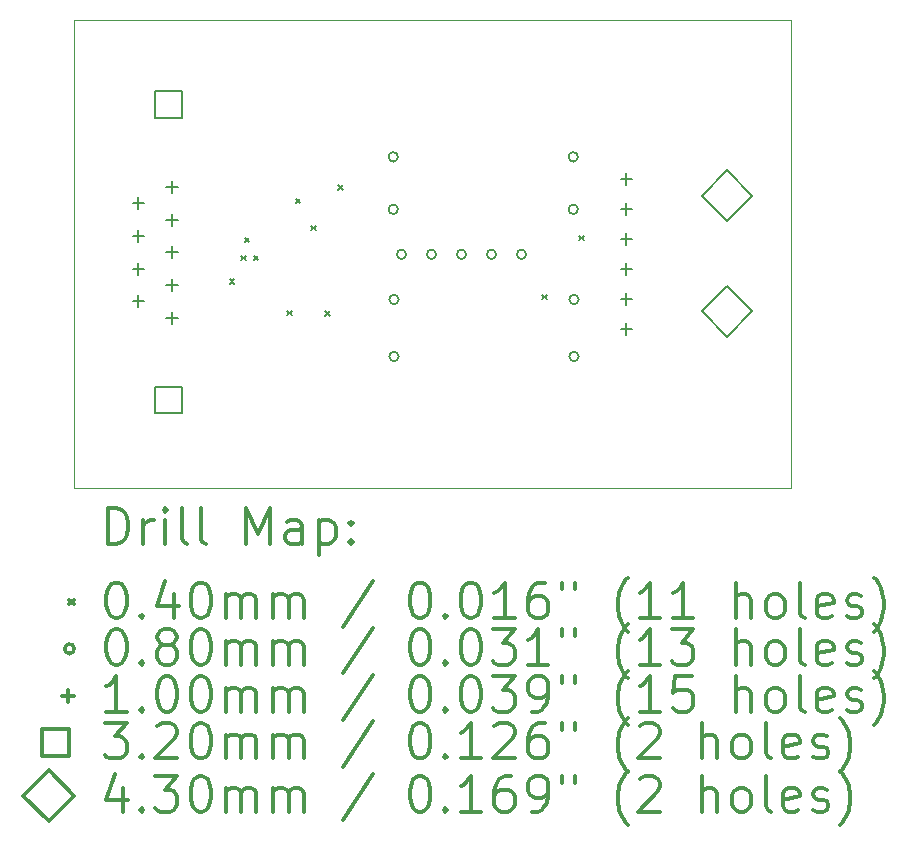
<source format=gbr>
%FSLAX45Y45*%
G04 Gerber Fmt 4.5, Leading zero omitted, Abs format (unit mm)*
G04 Created by KiCad (PCBNEW (5.1.5-0-10_14)) date 2020-10-19 13:07:12*
%MOMM*%
%LPD*%
G04 APERTURE LIST*
%TA.AperFunction,Profile*%
%ADD10C,0.050000*%
%TD*%
%ADD11C,0.200000*%
%ADD12C,0.300000*%
G04 APERTURE END LIST*
D10*
X11290300Y-3390900D02*
X11290300Y-7353300D01*
X5219700Y-7353300D02*
X11290300Y-7353300D01*
X5219700Y-3390900D02*
X5219700Y-3403600D01*
X11290300Y-3390900D02*
X5219700Y-3390900D01*
X5219700Y-3403600D02*
X5219700Y-7353300D01*
D11*
X6533200Y-5580700D02*
X6573200Y-5620700D01*
X6573200Y-5580700D02*
X6533200Y-5620700D01*
X6628450Y-5383850D02*
X6668450Y-5423850D01*
X6668450Y-5383850D02*
X6628450Y-5423850D01*
X6660200Y-5231450D02*
X6700200Y-5271450D01*
X6700200Y-5231450D02*
X6660200Y-5271450D01*
X6736400Y-5383850D02*
X6776400Y-5423850D01*
X6776400Y-5383850D02*
X6736400Y-5423850D01*
X7022150Y-5847400D02*
X7062150Y-5887400D01*
X7062150Y-5847400D02*
X7022150Y-5887400D01*
X7092000Y-4901250D02*
X7132000Y-4941250D01*
X7132000Y-4901250D02*
X7092000Y-4941250D01*
X7225350Y-5129850D02*
X7265350Y-5169850D01*
X7265350Y-5129850D02*
X7225350Y-5169850D01*
X7339650Y-5853750D02*
X7379650Y-5893750D01*
X7379650Y-5853750D02*
X7339650Y-5893750D01*
X7453950Y-4786100D02*
X7493950Y-4826100D01*
X7493950Y-4786100D02*
X7453950Y-4826100D01*
X9181150Y-5714050D02*
X9221150Y-5754050D01*
X9221150Y-5714050D02*
X9181150Y-5754050D01*
X9492300Y-5212400D02*
X9532300Y-5252400D01*
X9532300Y-5212400D02*
X9492300Y-5252400D01*
X7958450Y-4546600D02*
G75*
G03X7958450Y-4546600I-40000J0D01*
G01*
X9482450Y-4546600D02*
G75*
G03X9482450Y-4546600I-40000J0D01*
G01*
X7964800Y-5753100D02*
G75*
G03X7964800Y-5753100I-40000J0D01*
G01*
X9488800Y-5753100D02*
G75*
G03X9488800Y-5753100I-40000J0D01*
G01*
X7958450Y-4991100D02*
G75*
G03X7958450Y-4991100I-40000J0D01*
G01*
X9482450Y-4991100D02*
G75*
G03X9482450Y-4991100I-40000J0D01*
G01*
X7964800Y-6235700D02*
G75*
G03X7964800Y-6235700I-40000J0D01*
G01*
X9488800Y-6235700D02*
G75*
G03X9488800Y-6235700I-40000J0D01*
G01*
X8028300Y-5372100D02*
G75*
G03X8028300Y-5372100I-40000J0D01*
G01*
X8282300Y-5372100D02*
G75*
G03X8282300Y-5372100I-40000J0D01*
G01*
X8536300Y-5372100D02*
G75*
G03X8536300Y-5372100I-40000J0D01*
G01*
X8790300Y-5372100D02*
G75*
G03X8790300Y-5372100I-40000J0D01*
G01*
X9044300Y-5372100D02*
G75*
G03X9044300Y-5372100I-40000J0D01*
G01*
X9893300Y-4687100D02*
X9893300Y-4787100D01*
X9843300Y-4737100D02*
X9943300Y-4737100D01*
X9893300Y-4941100D02*
X9893300Y-5041100D01*
X9843300Y-4991100D02*
X9943300Y-4991100D01*
X9893300Y-5195100D02*
X9893300Y-5295100D01*
X9843300Y-5245100D02*
X9943300Y-5245100D01*
X9893300Y-5449100D02*
X9893300Y-5549100D01*
X9843300Y-5499100D02*
X9943300Y-5499100D01*
X9893300Y-5703100D02*
X9893300Y-5803100D01*
X9843300Y-5753100D02*
X9943300Y-5753100D01*
X9893300Y-5957100D02*
X9893300Y-6057100D01*
X9843300Y-6007100D02*
X9943300Y-6007100D01*
X5761200Y-4889100D02*
X5761200Y-4989100D01*
X5711200Y-4939100D02*
X5811200Y-4939100D01*
X5761200Y-5166100D02*
X5761200Y-5266100D01*
X5711200Y-5216100D02*
X5811200Y-5216100D01*
X5761200Y-5443100D02*
X5761200Y-5543100D01*
X5711200Y-5493100D02*
X5811200Y-5493100D01*
X5761200Y-5720100D02*
X5761200Y-5820100D01*
X5711200Y-5770100D02*
X5811200Y-5770100D01*
X6045200Y-4750600D02*
X6045200Y-4850600D01*
X5995200Y-4800600D02*
X6095200Y-4800600D01*
X6045200Y-5027600D02*
X6045200Y-5127600D01*
X5995200Y-5077600D02*
X6095200Y-5077600D01*
X6045200Y-5304600D02*
X6045200Y-5404600D01*
X5995200Y-5354600D02*
X6095200Y-5354600D01*
X6045200Y-5581600D02*
X6045200Y-5681600D01*
X5995200Y-5631600D02*
X6095200Y-5631600D01*
X6045200Y-5858600D02*
X6045200Y-5958600D01*
X5995200Y-5908600D02*
X6095200Y-5908600D01*
X6128338Y-4217738D02*
X6128338Y-3991462D01*
X5902062Y-3991462D01*
X5902062Y-4217738D01*
X6128338Y-4217738D01*
X6128338Y-6717738D02*
X6128338Y-6491462D01*
X5902062Y-6491462D01*
X5902062Y-6717738D01*
X6128338Y-6717738D01*
X10744200Y-6069700D02*
X10959200Y-5854700D01*
X10744200Y-5639700D01*
X10529200Y-5854700D01*
X10744200Y-6069700D01*
X10744200Y-5091800D02*
X10959200Y-4876800D01*
X10744200Y-4661800D01*
X10529200Y-4876800D01*
X10744200Y-5091800D01*
D12*
X5503628Y-7821514D02*
X5503628Y-7521514D01*
X5575057Y-7521514D01*
X5617914Y-7535800D01*
X5646486Y-7564371D01*
X5660771Y-7592943D01*
X5675057Y-7650086D01*
X5675057Y-7692943D01*
X5660771Y-7750086D01*
X5646486Y-7778657D01*
X5617914Y-7807229D01*
X5575057Y-7821514D01*
X5503628Y-7821514D01*
X5803628Y-7821514D02*
X5803628Y-7621514D01*
X5803628Y-7678657D02*
X5817914Y-7650086D01*
X5832200Y-7635800D01*
X5860771Y-7621514D01*
X5889343Y-7621514D01*
X5989343Y-7821514D02*
X5989343Y-7621514D01*
X5989343Y-7521514D02*
X5975057Y-7535800D01*
X5989343Y-7550086D01*
X6003628Y-7535800D01*
X5989343Y-7521514D01*
X5989343Y-7550086D01*
X6175057Y-7821514D02*
X6146486Y-7807229D01*
X6132200Y-7778657D01*
X6132200Y-7521514D01*
X6332200Y-7821514D02*
X6303628Y-7807229D01*
X6289343Y-7778657D01*
X6289343Y-7521514D01*
X6675057Y-7821514D02*
X6675057Y-7521514D01*
X6775057Y-7735800D01*
X6875057Y-7521514D01*
X6875057Y-7821514D01*
X7146486Y-7821514D02*
X7146486Y-7664371D01*
X7132200Y-7635800D01*
X7103628Y-7621514D01*
X7046486Y-7621514D01*
X7017914Y-7635800D01*
X7146486Y-7807229D02*
X7117914Y-7821514D01*
X7046486Y-7821514D01*
X7017914Y-7807229D01*
X7003628Y-7778657D01*
X7003628Y-7750086D01*
X7017914Y-7721514D01*
X7046486Y-7707229D01*
X7117914Y-7707229D01*
X7146486Y-7692943D01*
X7289343Y-7621514D02*
X7289343Y-7921514D01*
X7289343Y-7635800D02*
X7317914Y-7621514D01*
X7375057Y-7621514D01*
X7403628Y-7635800D01*
X7417914Y-7650086D01*
X7432200Y-7678657D01*
X7432200Y-7764371D01*
X7417914Y-7792943D01*
X7403628Y-7807229D01*
X7375057Y-7821514D01*
X7317914Y-7821514D01*
X7289343Y-7807229D01*
X7560771Y-7792943D02*
X7575057Y-7807229D01*
X7560771Y-7821514D01*
X7546486Y-7807229D01*
X7560771Y-7792943D01*
X7560771Y-7821514D01*
X7560771Y-7635800D02*
X7575057Y-7650086D01*
X7560771Y-7664371D01*
X7546486Y-7650086D01*
X7560771Y-7635800D01*
X7560771Y-7664371D01*
X5177200Y-8295800D02*
X5217200Y-8335800D01*
X5217200Y-8295800D02*
X5177200Y-8335800D01*
X5560771Y-8151514D02*
X5589343Y-8151514D01*
X5617914Y-8165800D01*
X5632200Y-8180086D01*
X5646486Y-8208657D01*
X5660771Y-8265800D01*
X5660771Y-8337229D01*
X5646486Y-8394372D01*
X5632200Y-8422943D01*
X5617914Y-8437229D01*
X5589343Y-8451514D01*
X5560771Y-8451514D01*
X5532200Y-8437229D01*
X5517914Y-8422943D01*
X5503628Y-8394372D01*
X5489343Y-8337229D01*
X5489343Y-8265800D01*
X5503628Y-8208657D01*
X5517914Y-8180086D01*
X5532200Y-8165800D01*
X5560771Y-8151514D01*
X5789343Y-8422943D02*
X5803628Y-8437229D01*
X5789343Y-8451514D01*
X5775057Y-8437229D01*
X5789343Y-8422943D01*
X5789343Y-8451514D01*
X6060771Y-8251514D02*
X6060771Y-8451514D01*
X5989343Y-8137229D02*
X5917914Y-8351514D01*
X6103628Y-8351514D01*
X6275057Y-8151514D02*
X6303628Y-8151514D01*
X6332200Y-8165800D01*
X6346486Y-8180086D01*
X6360771Y-8208657D01*
X6375057Y-8265800D01*
X6375057Y-8337229D01*
X6360771Y-8394372D01*
X6346486Y-8422943D01*
X6332200Y-8437229D01*
X6303628Y-8451514D01*
X6275057Y-8451514D01*
X6246486Y-8437229D01*
X6232200Y-8422943D01*
X6217914Y-8394372D01*
X6203628Y-8337229D01*
X6203628Y-8265800D01*
X6217914Y-8208657D01*
X6232200Y-8180086D01*
X6246486Y-8165800D01*
X6275057Y-8151514D01*
X6503628Y-8451514D02*
X6503628Y-8251514D01*
X6503628Y-8280086D02*
X6517914Y-8265800D01*
X6546486Y-8251514D01*
X6589343Y-8251514D01*
X6617914Y-8265800D01*
X6632200Y-8294371D01*
X6632200Y-8451514D01*
X6632200Y-8294371D02*
X6646486Y-8265800D01*
X6675057Y-8251514D01*
X6717914Y-8251514D01*
X6746486Y-8265800D01*
X6760771Y-8294371D01*
X6760771Y-8451514D01*
X6903628Y-8451514D02*
X6903628Y-8251514D01*
X6903628Y-8280086D02*
X6917914Y-8265800D01*
X6946486Y-8251514D01*
X6989343Y-8251514D01*
X7017914Y-8265800D01*
X7032200Y-8294371D01*
X7032200Y-8451514D01*
X7032200Y-8294371D02*
X7046486Y-8265800D01*
X7075057Y-8251514D01*
X7117914Y-8251514D01*
X7146486Y-8265800D01*
X7160771Y-8294371D01*
X7160771Y-8451514D01*
X7746486Y-8137229D02*
X7489343Y-8522943D01*
X8132200Y-8151514D02*
X8160771Y-8151514D01*
X8189343Y-8165800D01*
X8203628Y-8180086D01*
X8217914Y-8208657D01*
X8232200Y-8265800D01*
X8232200Y-8337229D01*
X8217914Y-8394372D01*
X8203628Y-8422943D01*
X8189343Y-8437229D01*
X8160771Y-8451514D01*
X8132200Y-8451514D01*
X8103628Y-8437229D01*
X8089343Y-8422943D01*
X8075057Y-8394372D01*
X8060771Y-8337229D01*
X8060771Y-8265800D01*
X8075057Y-8208657D01*
X8089343Y-8180086D01*
X8103628Y-8165800D01*
X8132200Y-8151514D01*
X8360771Y-8422943D02*
X8375057Y-8437229D01*
X8360771Y-8451514D01*
X8346486Y-8437229D01*
X8360771Y-8422943D01*
X8360771Y-8451514D01*
X8560771Y-8151514D02*
X8589343Y-8151514D01*
X8617914Y-8165800D01*
X8632200Y-8180086D01*
X8646486Y-8208657D01*
X8660771Y-8265800D01*
X8660771Y-8337229D01*
X8646486Y-8394372D01*
X8632200Y-8422943D01*
X8617914Y-8437229D01*
X8589343Y-8451514D01*
X8560771Y-8451514D01*
X8532200Y-8437229D01*
X8517914Y-8422943D01*
X8503628Y-8394372D01*
X8489343Y-8337229D01*
X8489343Y-8265800D01*
X8503628Y-8208657D01*
X8517914Y-8180086D01*
X8532200Y-8165800D01*
X8560771Y-8151514D01*
X8946486Y-8451514D02*
X8775057Y-8451514D01*
X8860771Y-8451514D02*
X8860771Y-8151514D01*
X8832200Y-8194371D01*
X8803628Y-8222943D01*
X8775057Y-8237229D01*
X9203628Y-8151514D02*
X9146486Y-8151514D01*
X9117914Y-8165800D01*
X9103628Y-8180086D01*
X9075057Y-8222943D01*
X9060771Y-8280086D01*
X9060771Y-8394372D01*
X9075057Y-8422943D01*
X9089343Y-8437229D01*
X9117914Y-8451514D01*
X9175057Y-8451514D01*
X9203628Y-8437229D01*
X9217914Y-8422943D01*
X9232200Y-8394372D01*
X9232200Y-8322943D01*
X9217914Y-8294371D01*
X9203628Y-8280086D01*
X9175057Y-8265800D01*
X9117914Y-8265800D01*
X9089343Y-8280086D01*
X9075057Y-8294371D01*
X9060771Y-8322943D01*
X9346486Y-8151514D02*
X9346486Y-8208657D01*
X9460771Y-8151514D02*
X9460771Y-8208657D01*
X9903628Y-8565800D02*
X9889343Y-8551514D01*
X9860771Y-8508657D01*
X9846486Y-8480086D01*
X9832200Y-8437229D01*
X9817914Y-8365800D01*
X9817914Y-8308657D01*
X9832200Y-8237229D01*
X9846486Y-8194371D01*
X9860771Y-8165800D01*
X9889343Y-8122943D01*
X9903628Y-8108657D01*
X10175057Y-8451514D02*
X10003628Y-8451514D01*
X10089343Y-8451514D02*
X10089343Y-8151514D01*
X10060771Y-8194371D01*
X10032200Y-8222943D01*
X10003628Y-8237229D01*
X10460771Y-8451514D02*
X10289343Y-8451514D01*
X10375057Y-8451514D02*
X10375057Y-8151514D01*
X10346486Y-8194371D01*
X10317914Y-8222943D01*
X10289343Y-8237229D01*
X10817914Y-8451514D02*
X10817914Y-8151514D01*
X10946486Y-8451514D02*
X10946486Y-8294371D01*
X10932200Y-8265800D01*
X10903628Y-8251514D01*
X10860771Y-8251514D01*
X10832200Y-8265800D01*
X10817914Y-8280086D01*
X11132200Y-8451514D02*
X11103628Y-8437229D01*
X11089343Y-8422943D01*
X11075057Y-8394372D01*
X11075057Y-8308657D01*
X11089343Y-8280086D01*
X11103628Y-8265800D01*
X11132200Y-8251514D01*
X11175057Y-8251514D01*
X11203628Y-8265800D01*
X11217914Y-8280086D01*
X11232200Y-8308657D01*
X11232200Y-8394372D01*
X11217914Y-8422943D01*
X11203628Y-8437229D01*
X11175057Y-8451514D01*
X11132200Y-8451514D01*
X11403628Y-8451514D02*
X11375057Y-8437229D01*
X11360771Y-8408657D01*
X11360771Y-8151514D01*
X11632200Y-8437229D02*
X11603628Y-8451514D01*
X11546486Y-8451514D01*
X11517914Y-8437229D01*
X11503628Y-8408657D01*
X11503628Y-8294371D01*
X11517914Y-8265800D01*
X11546486Y-8251514D01*
X11603628Y-8251514D01*
X11632200Y-8265800D01*
X11646486Y-8294371D01*
X11646486Y-8322943D01*
X11503628Y-8351514D01*
X11760771Y-8437229D02*
X11789343Y-8451514D01*
X11846486Y-8451514D01*
X11875057Y-8437229D01*
X11889343Y-8408657D01*
X11889343Y-8394372D01*
X11875057Y-8365800D01*
X11846486Y-8351514D01*
X11803628Y-8351514D01*
X11775057Y-8337229D01*
X11760771Y-8308657D01*
X11760771Y-8294371D01*
X11775057Y-8265800D01*
X11803628Y-8251514D01*
X11846486Y-8251514D01*
X11875057Y-8265800D01*
X11989343Y-8565800D02*
X12003628Y-8551514D01*
X12032200Y-8508657D01*
X12046486Y-8480086D01*
X12060771Y-8437229D01*
X12075057Y-8365800D01*
X12075057Y-8308657D01*
X12060771Y-8237229D01*
X12046486Y-8194371D01*
X12032200Y-8165800D01*
X12003628Y-8122943D01*
X11989343Y-8108657D01*
X5217200Y-8711800D02*
G75*
G03X5217200Y-8711800I-40000J0D01*
G01*
X5560771Y-8547514D02*
X5589343Y-8547514D01*
X5617914Y-8561800D01*
X5632200Y-8576086D01*
X5646486Y-8604657D01*
X5660771Y-8661800D01*
X5660771Y-8733229D01*
X5646486Y-8790372D01*
X5632200Y-8818943D01*
X5617914Y-8833229D01*
X5589343Y-8847514D01*
X5560771Y-8847514D01*
X5532200Y-8833229D01*
X5517914Y-8818943D01*
X5503628Y-8790372D01*
X5489343Y-8733229D01*
X5489343Y-8661800D01*
X5503628Y-8604657D01*
X5517914Y-8576086D01*
X5532200Y-8561800D01*
X5560771Y-8547514D01*
X5789343Y-8818943D02*
X5803628Y-8833229D01*
X5789343Y-8847514D01*
X5775057Y-8833229D01*
X5789343Y-8818943D01*
X5789343Y-8847514D01*
X5975057Y-8676086D02*
X5946486Y-8661800D01*
X5932200Y-8647514D01*
X5917914Y-8618943D01*
X5917914Y-8604657D01*
X5932200Y-8576086D01*
X5946486Y-8561800D01*
X5975057Y-8547514D01*
X6032200Y-8547514D01*
X6060771Y-8561800D01*
X6075057Y-8576086D01*
X6089343Y-8604657D01*
X6089343Y-8618943D01*
X6075057Y-8647514D01*
X6060771Y-8661800D01*
X6032200Y-8676086D01*
X5975057Y-8676086D01*
X5946486Y-8690372D01*
X5932200Y-8704657D01*
X5917914Y-8733229D01*
X5917914Y-8790372D01*
X5932200Y-8818943D01*
X5946486Y-8833229D01*
X5975057Y-8847514D01*
X6032200Y-8847514D01*
X6060771Y-8833229D01*
X6075057Y-8818943D01*
X6089343Y-8790372D01*
X6089343Y-8733229D01*
X6075057Y-8704657D01*
X6060771Y-8690372D01*
X6032200Y-8676086D01*
X6275057Y-8547514D02*
X6303628Y-8547514D01*
X6332200Y-8561800D01*
X6346486Y-8576086D01*
X6360771Y-8604657D01*
X6375057Y-8661800D01*
X6375057Y-8733229D01*
X6360771Y-8790372D01*
X6346486Y-8818943D01*
X6332200Y-8833229D01*
X6303628Y-8847514D01*
X6275057Y-8847514D01*
X6246486Y-8833229D01*
X6232200Y-8818943D01*
X6217914Y-8790372D01*
X6203628Y-8733229D01*
X6203628Y-8661800D01*
X6217914Y-8604657D01*
X6232200Y-8576086D01*
X6246486Y-8561800D01*
X6275057Y-8547514D01*
X6503628Y-8847514D02*
X6503628Y-8647514D01*
X6503628Y-8676086D02*
X6517914Y-8661800D01*
X6546486Y-8647514D01*
X6589343Y-8647514D01*
X6617914Y-8661800D01*
X6632200Y-8690372D01*
X6632200Y-8847514D01*
X6632200Y-8690372D02*
X6646486Y-8661800D01*
X6675057Y-8647514D01*
X6717914Y-8647514D01*
X6746486Y-8661800D01*
X6760771Y-8690372D01*
X6760771Y-8847514D01*
X6903628Y-8847514D02*
X6903628Y-8647514D01*
X6903628Y-8676086D02*
X6917914Y-8661800D01*
X6946486Y-8647514D01*
X6989343Y-8647514D01*
X7017914Y-8661800D01*
X7032200Y-8690372D01*
X7032200Y-8847514D01*
X7032200Y-8690372D02*
X7046486Y-8661800D01*
X7075057Y-8647514D01*
X7117914Y-8647514D01*
X7146486Y-8661800D01*
X7160771Y-8690372D01*
X7160771Y-8847514D01*
X7746486Y-8533229D02*
X7489343Y-8918943D01*
X8132200Y-8547514D02*
X8160771Y-8547514D01*
X8189343Y-8561800D01*
X8203628Y-8576086D01*
X8217914Y-8604657D01*
X8232200Y-8661800D01*
X8232200Y-8733229D01*
X8217914Y-8790372D01*
X8203628Y-8818943D01*
X8189343Y-8833229D01*
X8160771Y-8847514D01*
X8132200Y-8847514D01*
X8103628Y-8833229D01*
X8089343Y-8818943D01*
X8075057Y-8790372D01*
X8060771Y-8733229D01*
X8060771Y-8661800D01*
X8075057Y-8604657D01*
X8089343Y-8576086D01*
X8103628Y-8561800D01*
X8132200Y-8547514D01*
X8360771Y-8818943D02*
X8375057Y-8833229D01*
X8360771Y-8847514D01*
X8346486Y-8833229D01*
X8360771Y-8818943D01*
X8360771Y-8847514D01*
X8560771Y-8547514D02*
X8589343Y-8547514D01*
X8617914Y-8561800D01*
X8632200Y-8576086D01*
X8646486Y-8604657D01*
X8660771Y-8661800D01*
X8660771Y-8733229D01*
X8646486Y-8790372D01*
X8632200Y-8818943D01*
X8617914Y-8833229D01*
X8589343Y-8847514D01*
X8560771Y-8847514D01*
X8532200Y-8833229D01*
X8517914Y-8818943D01*
X8503628Y-8790372D01*
X8489343Y-8733229D01*
X8489343Y-8661800D01*
X8503628Y-8604657D01*
X8517914Y-8576086D01*
X8532200Y-8561800D01*
X8560771Y-8547514D01*
X8760771Y-8547514D02*
X8946486Y-8547514D01*
X8846486Y-8661800D01*
X8889343Y-8661800D01*
X8917914Y-8676086D01*
X8932200Y-8690372D01*
X8946486Y-8718943D01*
X8946486Y-8790372D01*
X8932200Y-8818943D01*
X8917914Y-8833229D01*
X8889343Y-8847514D01*
X8803628Y-8847514D01*
X8775057Y-8833229D01*
X8760771Y-8818943D01*
X9232200Y-8847514D02*
X9060771Y-8847514D01*
X9146486Y-8847514D02*
X9146486Y-8547514D01*
X9117914Y-8590372D01*
X9089343Y-8618943D01*
X9060771Y-8633229D01*
X9346486Y-8547514D02*
X9346486Y-8604657D01*
X9460771Y-8547514D02*
X9460771Y-8604657D01*
X9903628Y-8961800D02*
X9889343Y-8947514D01*
X9860771Y-8904657D01*
X9846486Y-8876086D01*
X9832200Y-8833229D01*
X9817914Y-8761800D01*
X9817914Y-8704657D01*
X9832200Y-8633229D01*
X9846486Y-8590372D01*
X9860771Y-8561800D01*
X9889343Y-8518943D01*
X9903628Y-8504657D01*
X10175057Y-8847514D02*
X10003628Y-8847514D01*
X10089343Y-8847514D02*
X10089343Y-8547514D01*
X10060771Y-8590372D01*
X10032200Y-8618943D01*
X10003628Y-8633229D01*
X10275057Y-8547514D02*
X10460771Y-8547514D01*
X10360771Y-8661800D01*
X10403628Y-8661800D01*
X10432200Y-8676086D01*
X10446486Y-8690372D01*
X10460771Y-8718943D01*
X10460771Y-8790372D01*
X10446486Y-8818943D01*
X10432200Y-8833229D01*
X10403628Y-8847514D01*
X10317914Y-8847514D01*
X10289343Y-8833229D01*
X10275057Y-8818943D01*
X10817914Y-8847514D02*
X10817914Y-8547514D01*
X10946486Y-8847514D02*
X10946486Y-8690372D01*
X10932200Y-8661800D01*
X10903628Y-8647514D01*
X10860771Y-8647514D01*
X10832200Y-8661800D01*
X10817914Y-8676086D01*
X11132200Y-8847514D02*
X11103628Y-8833229D01*
X11089343Y-8818943D01*
X11075057Y-8790372D01*
X11075057Y-8704657D01*
X11089343Y-8676086D01*
X11103628Y-8661800D01*
X11132200Y-8647514D01*
X11175057Y-8647514D01*
X11203628Y-8661800D01*
X11217914Y-8676086D01*
X11232200Y-8704657D01*
X11232200Y-8790372D01*
X11217914Y-8818943D01*
X11203628Y-8833229D01*
X11175057Y-8847514D01*
X11132200Y-8847514D01*
X11403628Y-8847514D02*
X11375057Y-8833229D01*
X11360771Y-8804657D01*
X11360771Y-8547514D01*
X11632200Y-8833229D02*
X11603628Y-8847514D01*
X11546486Y-8847514D01*
X11517914Y-8833229D01*
X11503628Y-8804657D01*
X11503628Y-8690372D01*
X11517914Y-8661800D01*
X11546486Y-8647514D01*
X11603628Y-8647514D01*
X11632200Y-8661800D01*
X11646486Y-8690372D01*
X11646486Y-8718943D01*
X11503628Y-8747514D01*
X11760771Y-8833229D02*
X11789343Y-8847514D01*
X11846486Y-8847514D01*
X11875057Y-8833229D01*
X11889343Y-8804657D01*
X11889343Y-8790372D01*
X11875057Y-8761800D01*
X11846486Y-8747514D01*
X11803628Y-8747514D01*
X11775057Y-8733229D01*
X11760771Y-8704657D01*
X11760771Y-8690372D01*
X11775057Y-8661800D01*
X11803628Y-8647514D01*
X11846486Y-8647514D01*
X11875057Y-8661800D01*
X11989343Y-8961800D02*
X12003628Y-8947514D01*
X12032200Y-8904657D01*
X12046486Y-8876086D01*
X12060771Y-8833229D01*
X12075057Y-8761800D01*
X12075057Y-8704657D01*
X12060771Y-8633229D01*
X12046486Y-8590372D01*
X12032200Y-8561800D01*
X12003628Y-8518943D01*
X11989343Y-8504657D01*
X5167200Y-9057800D02*
X5167200Y-9157800D01*
X5117200Y-9107800D02*
X5217200Y-9107800D01*
X5660771Y-9243514D02*
X5489343Y-9243514D01*
X5575057Y-9243514D02*
X5575057Y-8943514D01*
X5546486Y-8986372D01*
X5517914Y-9014943D01*
X5489343Y-9029229D01*
X5789343Y-9214943D02*
X5803628Y-9229229D01*
X5789343Y-9243514D01*
X5775057Y-9229229D01*
X5789343Y-9214943D01*
X5789343Y-9243514D01*
X5989343Y-8943514D02*
X6017914Y-8943514D01*
X6046486Y-8957800D01*
X6060771Y-8972086D01*
X6075057Y-9000657D01*
X6089343Y-9057800D01*
X6089343Y-9129229D01*
X6075057Y-9186372D01*
X6060771Y-9214943D01*
X6046486Y-9229229D01*
X6017914Y-9243514D01*
X5989343Y-9243514D01*
X5960771Y-9229229D01*
X5946486Y-9214943D01*
X5932200Y-9186372D01*
X5917914Y-9129229D01*
X5917914Y-9057800D01*
X5932200Y-9000657D01*
X5946486Y-8972086D01*
X5960771Y-8957800D01*
X5989343Y-8943514D01*
X6275057Y-8943514D02*
X6303628Y-8943514D01*
X6332200Y-8957800D01*
X6346486Y-8972086D01*
X6360771Y-9000657D01*
X6375057Y-9057800D01*
X6375057Y-9129229D01*
X6360771Y-9186372D01*
X6346486Y-9214943D01*
X6332200Y-9229229D01*
X6303628Y-9243514D01*
X6275057Y-9243514D01*
X6246486Y-9229229D01*
X6232200Y-9214943D01*
X6217914Y-9186372D01*
X6203628Y-9129229D01*
X6203628Y-9057800D01*
X6217914Y-9000657D01*
X6232200Y-8972086D01*
X6246486Y-8957800D01*
X6275057Y-8943514D01*
X6503628Y-9243514D02*
X6503628Y-9043514D01*
X6503628Y-9072086D02*
X6517914Y-9057800D01*
X6546486Y-9043514D01*
X6589343Y-9043514D01*
X6617914Y-9057800D01*
X6632200Y-9086372D01*
X6632200Y-9243514D01*
X6632200Y-9086372D02*
X6646486Y-9057800D01*
X6675057Y-9043514D01*
X6717914Y-9043514D01*
X6746486Y-9057800D01*
X6760771Y-9086372D01*
X6760771Y-9243514D01*
X6903628Y-9243514D02*
X6903628Y-9043514D01*
X6903628Y-9072086D02*
X6917914Y-9057800D01*
X6946486Y-9043514D01*
X6989343Y-9043514D01*
X7017914Y-9057800D01*
X7032200Y-9086372D01*
X7032200Y-9243514D01*
X7032200Y-9086372D02*
X7046486Y-9057800D01*
X7075057Y-9043514D01*
X7117914Y-9043514D01*
X7146486Y-9057800D01*
X7160771Y-9086372D01*
X7160771Y-9243514D01*
X7746486Y-8929229D02*
X7489343Y-9314943D01*
X8132200Y-8943514D02*
X8160771Y-8943514D01*
X8189343Y-8957800D01*
X8203628Y-8972086D01*
X8217914Y-9000657D01*
X8232200Y-9057800D01*
X8232200Y-9129229D01*
X8217914Y-9186372D01*
X8203628Y-9214943D01*
X8189343Y-9229229D01*
X8160771Y-9243514D01*
X8132200Y-9243514D01*
X8103628Y-9229229D01*
X8089343Y-9214943D01*
X8075057Y-9186372D01*
X8060771Y-9129229D01*
X8060771Y-9057800D01*
X8075057Y-9000657D01*
X8089343Y-8972086D01*
X8103628Y-8957800D01*
X8132200Y-8943514D01*
X8360771Y-9214943D02*
X8375057Y-9229229D01*
X8360771Y-9243514D01*
X8346486Y-9229229D01*
X8360771Y-9214943D01*
X8360771Y-9243514D01*
X8560771Y-8943514D02*
X8589343Y-8943514D01*
X8617914Y-8957800D01*
X8632200Y-8972086D01*
X8646486Y-9000657D01*
X8660771Y-9057800D01*
X8660771Y-9129229D01*
X8646486Y-9186372D01*
X8632200Y-9214943D01*
X8617914Y-9229229D01*
X8589343Y-9243514D01*
X8560771Y-9243514D01*
X8532200Y-9229229D01*
X8517914Y-9214943D01*
X8503628Y-9186372D01*
X8489343Y-9129229D01*
X8489343Y-9057800D01*
X8503628Y-9000657D01*
X8517914Y-8972086D01*
X8532200Y-8957800D01*
X8560771Y-8943514D01*
X8760771Y-8943514D02*
X8946486Y-8943514D01*
X8846486Y-9057800D01*
X8889343Y-9057800D01*
X8917914Y-9072086D01*
X8932200Y-9086372D01*
X8946486Y-9114943D01*
X8946486Y-9186372D01*
X8932200Y-9214943D01*
X8917914Y-9229229D01*
X8889343Y-9243514D01*
X8803628Y-9243514D01*
X8775057Y-9229229D01*
X8760771Y-9214943D01*
X9089343Y-9243514D02*
X9146486Y-9243514D01*
X9175057Y-9229229D01*
X9189343Y-9214943D01*
X9217914Y-9172086D01*
X9232200Y-9114943D01*
X9232200Y-9000657D01*
X9217914Y-8972086D01*
X9203628Y-8957800D01*
X9175057Y-8943514D01*
X9117914Y-8943514D01*
X9089343Y-8957800D01*
X9075057Y-8972086D01*
X9060771Y-9000657D01*
X9060771Y-9072086D01*
X9075057Y-9100657D01*
X9089343Y-9114943D01*
X9117914Y-9129229D01*
X9175057Y-9129229D01*
X9203628Y-9114943D01*
X9217914Y-9100657D01*
X9232200Y-9072086D01*
X9346486Y-8943514D02*
X9346486Y-9000657D01*
X9460771Y-8943514D02*
X9460771Y-9000657D01*
X9903628Y-9357800D02*
X9889343Y-9343514D01*
X9860771Y-9300657D01*
X9846486Y-9272086D01*
X9832200Y-9229229D01*
X9817914Y-9157800D01*
X9817914Y-9100657D01*
X9832200Y-9029229D01*
X9846486Y-8986372D01*
X9860771Y-8957800D01*
X9889343Y-8914943D01*
X9903628Y-8900657D01*
X10175057Y-9243514D02*
X10003628Y-9243514D01*
X10089343Y-9243514D02*
X10089343Y-8943514D01*
X10060771Y-8986372D01*
X10032200Y-9014943D01*
X10003628Y-9029229D01*
X10446486Y-8943514D02*
X10303628Y-8943514D01*
X10289343Y-9086372D01*
X10303628Y-9072086D01*
X10332200Y-9057800D01*
X10403628Y-9057800D01*
X10432200Y-9072086D01*
X10446486Y-9086372D01*
X10460771Y-9114943D01*
X10460771Y-9186372D01*
X10446486Y-9214943D01*
X10432200Y-9229229D01*
X10403628Y-9243514D01*
X10332200Y-9243514D01*
X10303628Y-9229229D01*
X10289343Y-9214943D01*
X10817914Y-9243514D02*
X10817914Y-8943514D01*
X10946486Y-9243514D02*
X10946486Y-9086372D01*
X10932200Y-9057800D01*
X10903628Y-9043514D01*
X10860771Y-9043514D01*
X10832200Y-9057800D01*
X10817914Y-9072086D01*
X11132200Y-9243514D02*
X11103628Y-9229229D01*
X11089343Y-9214943D01*
X11075057Y-9186372D01*
X11075057Y-9100657D01*
X11089343Y-9072086D01*
X11103628Y-9057800D01*
X11132200Y-9043514D01*
X11175057Y-9043514D01*
X11203628Y-9057800D01*
X11217914Y-9072086D01*
X11232200Y-9100657D01*
X11232200Y-9186372D01*
X11217914Y-9214943D01*
X11203628Y-9229229D01*
X11175057Y-9243514D01*
X11132200Y-9243514D01*
X11403628Y-9243514D02*
X11375057Y-9229229D01*
X11360771Y-9200657D01*
X11360771Y-8943514D01*
X11632200Y-9229229D02*
X11603628Y-9243514D01*
X11546486Y-9243514D01*
X11517914Y-9229229D01*
X11503628Y-9200657D01*
X11503628Y-9086372D01*
X11517914Y-9057800D01*
X11546486Y-9043514D01*
X11603628Y-9043514D01*
X11632200Y-9057800D01*
X11646486Y-9086372D01*
X11646486Y-9114943D01*
X11503628Y-9143514D01*
X11760771Y-9229229D02*
X11789343Y-9243514D01*
X11846486Y-9243514D01*
X11875057Y-9229229D01*
X11889343Y-9200657D01*
X11889343Y-9186372D01*
X11875057Y-9157800D01*
X11846486Y-9143514D01*
X11803628Y-9143514D01*
X11775057Y-9129229D01*
X11760771Y-9100657D01*
X11760771Y-9086372D01*
X11775057Y-9057800D01*
X11803628Y-9043514D01*
X11846486Y-9043514D01*
X11875057Y-9057800D01*
X11989343Y-9357800D02*
X12003628Y-9343514D01*
X12032200Y-9300657D01*
X12046486Y-9272086D01*
X12060771Y-9229229D01*
X12075057Y-9157800D01*
X12075057Y-9100657D01*
X12060771Y-9029229D01*
X12046486Y-8986372D01*
X12032200Y-8957800D01*
X12003628Y-8914943D01*
X11989343Y-8900657D01*
X5170338Y-9616938D02*
X5170338Y-9390662D01*
X4944062Y-9390662D01*
X4944062Y-9616938D01*
X5170338Y-9616938D01*
X5475057Y-9339514D02*
X5660771Y-9339514D01*
X5560771Y-9453800D01*
X5603628Y-9453800D01*
X5632200Y-9468086D01*
X5646486Y-9482372D01*
X5660771Y-9510943D01*
X5660771Y-9582372D01*
X5646486Y-9610943D01*
X5632200Y-9625229D01*
X5603628Y-9639514D01*
X5517914Y-9639514D01*
X5489343Y-9625229D01*
X5475057Y-9610943D01*
X5789343Y-9610943D02*
X5803628Y-9625229D01*
X5789343Y-9639514D01*
X5775057Y-9625229D01*
X5789343Y-9610943D01*
X5789343Y-9639514D01*
X5917914Y-9368086D02*
X5932200Y-9353800D01*
X5960771Y-9339514D01*
X6032200Y-9339514D01*
X6060771Y-9353800D01*
X6075057Y-9368086D01*
X6089343Y-9396657D01*
X6089343Y-9425229D01*
X6075057Y-9468086D01*
X5903628Y-9639514D01*
X6089343Y-9639514D01*
X6275057Y-9339514D02*
X6303628Y-9339514D01*
X6332200Y-9353800D01*
X6346486Y-9368086D01*
X6360771Y-9396657D01*
X6375057Y-9453800D01*
X6375057Y-9525229D01*
X6360771Y-9582372D01*
X6346486Y-9610943D01*
X6332200Y-9625229D01*
X6303628Y-9639514D01*
X6275057Y-9639514D01*
X6246486Y-9625229D01*
X6232200Y-9610943D01*
X6217914Y-9582372D01*
X6203628Y-9525229D01*
X6203628Y-9453800D01*
X6217914Y-9396657D01*
X6232200Y-9368086D01*
X6246486Y-9353800D01*
X6275057Y-9339514D01*
X6503628Y-9639514D02*
X6503628Y-9439514D01*
X6503628Y-9468086D02*
X6517914Y-9453800D01*
X6546486Y-9439514D01*
X6589343Y-9439514D01*
X6617914Y-9453800D01*
X6632200Y-9482372D01*
X6632200Y-9639514D01*
X6632200Y-9482372D02*
X6646486Y-9453800D01*
X6675057Y-9439514D01*
X6717914Y-9439514D01*
X6746486Y-9453800D01*
X6760771Y-9482372D01*
X6760771Y-9639514D01*
X6903628Y-9639514D02*
X6903628Y-9439514D01*
X6903628Y-9468086D02*
X6917914Y-9453800D01*
X6946486Y-9439514D01*
X6989343Y-9439514D01*
X7017914Y-9453800D01*
X7032200Y-9482372D01*
X7032200Y-9639514D01*
X7032200Y-9482372D02*
X7046486Y-9453800D01*
X7075057Y-9439514D01*
X7117914Y-9439514D01*
X7146486Y-9453800D01*
X7160771Y-9482372D01*
X7160771Y-9639514D01*
X7746486Y-9325229D02*
X7489343Y-9710943D01*
X8132200Y-9339514D02*
X8160771Y-9339514D01*
X8189343Y-9353800D01*
X8203628Y-9368086D01*
X8217914Y-9396657D01*
X8232200Y-9453800D01*
X8232200Y-9525229D01*
X8217914Y-9582372D01*
X8203628Y-9610943D01*
X8189343Y-9625229D01*
X8160771Y-9639514D01*
X8132200Y-9639514D01*
X8103628Y-9625229D01*
X8089343Y-9610943D01*
X8075057Y-9582372D01*
X8060771Y-9525229D01*
X8060771Y-9453800D01*
X8075057Y-9396657D01*
X8089343Y-9368086D01*
X8103628Y-9353800D01*
X8132200Y-9339514D01*
X8360771Y-9610943D02*
X8375057Y-9625229D01*
X8360771Y-9639514D01*
X8346486Y-9625229D01*
X8360771Y-9610943D01*
X8360771Y-9639514D01*
X8660771Y-9639514D02*
X8489343Y-9639514D01*
X8575057Y-9639514D02*
X8575057Y-9339514D01*
X8546486Y-9382372D01*
X8517914Y-9410943D01*
X8489343Y-9425229D01*
X8775057Y-9368086D02*
X8789343Y-9353800D01*
X8817914Y-9339514D01*
X8889343Y-9339514D01*
X8917914Y-9353800D01*
X8932200Y-9368086D01*
X8946486Y-9396657D01*
X8946486Y-9425229D01*
X8932200Y-9468086D01*
X8760771Y-9639514D01*
X8946486Y-9639514D01*
X9203628Y-9339514D02*
X9146486Y-9339514D01*
X9117914Y-9353800D01*
X9103628Y-9368086D01*
X9075057Y-9410943D01*
X9060771Y-9468086D01*
X9060771Y-9582372D01*
X9075057Y-9610943D01*
X9089343Y-9625229D01*
X9117914Y-9639514D01*
X9175057Y-9639514D01*
X9203628Y-9625229D01*
X9217914Y-9610943D01*
X9232200Y-9582372D01*
X9232200Y-9510943D01*
X9217914Y-9482372D01*
X9203628Y-9468086D01*
X9175057Y-9453800D01*
X9117914Y-9453800D01*
X9089343Y-9468086D01*
X9075057Y-9482372D01*
X9060771Y-9510943D01*
X9346486Y-9339514D02*
X9346486Y-9396657D01*
X9460771Y-9339514D02*
X9460771Y-9396657D01*
X9903628Y-9753800D02*
X9889343Y-9739514D01*
X9860771Y-9696657D01*
X9846486Y-9668086D01*
X9832200Y-9625229D01*
X9817914Y-9553800D01*
X9817914Y-9496657D01*
X9832200Y-9425229D01*
X9846486Y-9382372D01*
X9860771Y-9353800D01*
X9889343Y-9310943D01*
X9903628Y-9296657D01*
X10003628Y-9368086D02*
X10017914Y-9353800D01*
X10046486Y-9339514D01*
X10117914Y-9339514D01*
X10146486Y-9353800D01*
X10160771Y-9368086D01*
X10175057Y-9396657D01*
X10175057Y-9425229D01*
X10160771Y-9468086D01*
X9989343Y-9639514D01*
X10175057Y-9639514D01*
X10532200Y-9639514D02*
X10532200Y-9339514D01*
X10660771Y-9639514D02*
X10660771Y-9482372D01*
X10646486Y-9453800D01*
X10617914Y-9439514D01*
X10575057Y-9439514D01*
X10546486Y-9453800D01*
X10532200Y-9468086D01*
X10846486Y-9639514D02*
X10817914Y-9625229D01*
X10803628Y-9610943D01*
X10789343Y-9582372D01*
X10789343Y-9496657D01*
X10803628Y-9468086D01*
X10817914Y-9453800D01*
X10846486Y-9439514D01*
X10889343Y-9439514D01*
X10917914Y-9453800D01*
X10932200Y-9468086D01*
X10946486Y-9496657D01*
X10946486Y-9582372D01*
X10932200Y-9610943D01*
X10917914Y-9625229D01*
X10889343Y-9639514D01*
X10846486Y-9639514D01*
X11117914Y-9639514D02*
X11089343Y-9625229D01*
X11075057Y-9596657D01*
X11075057Y-9339514D01*
X11346486Y-9625229D02*
X11317914Y-9639514D01*
X11260771Y-9639514D01*
X11232200Y-9625229D01*
X11217914Y-9596657D01*
X11217914Y-9482372D01*
X11232200Y-9453800D01*
X11260771Y-9439514D01*
X11317914Y-9439514D01*
X11346486Y-9453800D01*
X11360771Y-9482372D01*
X11360771Y-9510943D01*
X11217914Y-9539514D01*
X11475057Y-9625229D02*
X11503628Y-9639514D01*
X11560771Y-9639514D01*
X11589343Y-9625229D01*
X11603628Y-9596657D01*
X11603628Y-9582372D01*
X11589343Y-9553800D01*
X11560771Y-9539514D01*
X11517914Y-9539514D01*
X11489343Y-9525229D01*
X11475057Y-9496657D01*
X11475057Y-9482372D01*
X11489343Y-9453800D01*
X11517914Y-9439514D01*
X11560771Y-9439514D01*
X11589343Y-9453800D01*
X11703628Y-9753800D02*
X11717914Y-9739514D01*
X11746486Y-9696657D01*
X11760771Y-9668086D01*
X11775057Y-9625229D01*
X11789343Y-9553800D01*
X11789343Y-9496657D01*
X11775057Y-9425229D01*
X11760771Y-9382372D01*
X11746486Y-9353800D01*
X11717914Y-9310943D01*
X11703628Y-9296657D01*
X5002200Y-10168800D02*
X5217200Y-9953800D01*
X5002200Y-9738800D01*
X4787200Y-9953800D01*
X5002200Y-10168800D01*
X5632200Y-9889514D02*
X5632200Y-10089514D01*
X5560771Y-9775229D02*
X5489343Y-9989514D01*
X5675057Y-9989514D01*
X5789343Y-10060943D02*
X5803628Y-10075229D01*
X5789343Y-10089514D01*
X5775057Y-10075229D01*
X5789343Y-10060943D01*
X5789343Y-10089514D01*
X5903628Y-9789514D02*
X6089343Y-9789514D01*
X5989343Y-9903800D01*
X6032200Y-9903800D01*
X6060771Y-9918086D01*
X6075057Y-9932372D01*
X6089343Y-9960943D01*
X6089343Y-10032372D01*
X6075057Y-10060943D01*
X6060771Y-10075229D01*
X6032200Y-10089514D01*
X5946486Y-10089514D01*
X5917914Y-10075229D01*
X5903628Y-10060943D01*
X6275057Y-9789514D02*
X6303628Y-9789514D01*
X6332200Y-9803800D01*
X6346486Y-9818086D01*
X6360771Y-9846657D01*
X6375057Y-9903800D01*
X6375057Y-9975229D01*
X6360771Y-10032372D01*
X6346486Y-10060943D01*
X6332200Y-10075229D01*
X6303628Y-10089514D01*
X6275057Y-10089514D01*
X6246486Y-10075229D01*
X6232200Y-10060943D01*
X6217914Y-10032372D01*
X6203628Y-9975229D01*
X6203628Y-9903800D01*
X6217914Y-9846657D01*
X6232200Y-9818086D01*
X6246486Y-9803800D01*
X6275057Y-9789514D01*
X6503628Y-10089514D02*
X6503628Y-9889514D01*
X6503628Y-9918086D02*
X6517914Y-9903800D01*
X6546486Y-9889514D01*
X6589343Y-9889514D01*
X6617914Y-9903800D01*
X6632200Y-9932372D01*
X6632200Y-10089514D01*
X6632200Y-9932372D02*
X6646486Y-9903800D01*
X6675057Y-9889514D01*
X6717914Y-9889514D01*
X6746486Y-9903800D01*
X6760771Y-9932372D01*
X6760771Y-10089514D01*
X6903628Y-10089514D02*
X6903628Y-9889514D01*
X6903628Y-9918086D02*
X6917914Y-9903800D01*
X6946486Y-9889514D01*
X6989343Y-9889514D01*
X7017914Y-9903800D01*
X7032200Y-9932372D01*
X7032200Y-10089514D01*
X7032200Y-9932372D02*
X7046486Y-9903800D01*
X7075057Y-9889514D01*
X7117914Y-9889514D01*
X7146486Y-9903800D01*
X7160771Y-9932372D01*
X7160771Y-10089514D01*
X7746486Y-9775229D02*
X7489343Y-10160943D01*
X8132200Y-9789514D02*
X8160771Y-9789514D01*
X8189343Y-9803800D01*
X8203628Y-9818086D01*
X8217914Y-9846657D01*
X8232200Y-9903800D01*
X8232200Y-9975229D01*
X8217914Y-10032372D01*
X8203628Y-10060943D01*
X8189343Y-10075229D01*
X8160771Y-10089514D01*
X8132200Y-10089514D01*
X8103628Y-10075229D01*
X8089343Y-10060943D01*
X8075057Y-10032372D01*
X8060771Y-9975229D01*
X8060771Y-9903800D01*
X8075057Y-9846657D01*
X8089343Y-9818086D01*
X8103628Y-9803800D01*
X8132200Y-9789514D01*
X8360771Y-10060943D02*
X8375057Y-10075229D01*
X8360771Y-10089514D01*
X8346486Y-10075229D01*
X8360771Y-10060943D01*
X8360771Y-10089514D01*
X8660771Y-10089514D02*
X8489343Y-10089514D01*
X8575057Y-10089514D02*
X8575057Y-9789514D01*
X8546486Y-9832372D01*
X8517914Y-9860943D01*
X8489343Y-9875229D01*
X8917914Y-9789514D02*
X8860771Y-9789514D01*
X8832200Y-9803800D01*
X8817914Y-9818086D01*
X8789343Y-9860943D01*
X8775057Y-9918086D01*
X8775057Y-10032372D01*
X8789343Y-10060943D01*
X8803628Y-10075229D01*
X8832200Y-10089514D01*
X8889343Y-10089514D01*
X8917914Y-10075229D01*
X8932200Y-10060943D01*
X8946486Y-10032372D01*
X8946486Y-9960943D01*
X8932200Y-9932372D01*
X8917914Y-9918086D01*
X8889343Y-9903800D01*
X8832200Y-9903800D01*
X8803628Y-9918086D01*
X8789343Y-9932372D01*
X8775057Y-9960943D01*
X9089343Y-10089514D02*
X9146486Y-10089514D01*
X9175057Y-10075229D01*
X9189343Y-10060943D01*
X9217914Y-10018086D01*
X9232200Y-9960943D01*
X9232200Y-9846657D01*
X9217914Y-9818086D01*
X9203628Y-9803800D01*
X9175057Y-9789514D01*
X9117914Y-9789514D01*
X9089343Y-9803800D01*
X9075057Y-9818086D01*
X9060771Y-9846657D01*
X9060771Y-9918086D01*
X9075057Y-9946657D01*
X9089343Y-9960943D01*
X9117914Y-9975229D01*
X9175057Y-9975229D01*
X9203628Y-9960943D01*
X9217914Y-9946657D01*
X9232200Y-9918086D01*
X9346486Y-9789514D02*
X9346486Y-9846657D01*
X9460771Y-9789514D02*
X9460771Y-9846657D01*
X9903628Y-10203800D02*
X9889343Y-10189514D01*
X9860771Y-10146657D01*
X9846486Y-10118086D01*
X9832200Y-10075229D01*
X9817914Y-10003800D01*
X9817914Y-9946657D01*
X9832200Y-9875229D01*
X9846486Y-9832372D01*
X9860771Y-9803800D01*
X9889343Y-9760943D01*
X9903628Y-9746657D01*
X10003628Y-9818086D02*
X10017914Y-9803800D01*
X10046486Y-9789514D01*
X10117914Y-9789514D01*
X10146486Y-9803800D01*
X10160771Y-9818086D01*
X10175057Y-9846657D01*
X10175057Y-9875229D01*
X10160771Y-9918086D01*
X9989343Y-10089514D01*
X10175057Y-10089514D01*
X10532200Y-10089514D02*
X10532200Y-9789514D01*
X10660771Y-10089514D02*
X10660771Y-9932372D01*
X10646486Y-9903800D01*
X10617914Y-9889514D01*
X10575057Y-9889514D01*
X10546486Y-9903800D01*
X10532200Y-9918086D01*
X10846486Y-10089514D02*
X10817914Y-10075229D01*
X10803628Y-10060943D01*
X10789343Y-10032372D01*
X10789343Y-9946657D01*
X10803628Y-9918086D01*
X10817914Y-9903800D01*
X10846486Y-9889514D01*
X10889343Y-9889514D01*
X10917914Y-9903800D01*
X10932200Y-9918086D01*
X10946486Y-9946657D01*
X10946486Y-10032372D01*
X10932200Y-10060943D01*
X10917914Y-10075229D01*
X10889343Y-10089514D01*
X10846486Y-10089514D01*
X11117914Y-10089514D02*
X11089343Y-10075229D01*
X11075057Y-10046657D01*
X11075057Y-9789514D01*
X11346486Y-10075229D02*
X11317914Y-10089514D01*
X11260771Y-10089514D01*
X11232200Y-10075229D01*
X11217914Y-10046657D01*
X11217914Y-9932372D01*
X11232200Y-9903800D01*
X11260771Y-9889514D01*
X11317914Y-9889514D01*
X11346486Y-9903800D01*
X11360771Y-9932372D01*
X11360771Y-9960943D01*
X11217914Y-9989514D01*
X11475057Y-10075229D02*
X11503628Y-10089514D01*
X11560771Y-10089514D01*
X11589343Y-10075229D01*
X11603628Y-10046657D01*
X11603628Y-10032372D01*
X11589343Y-10003800D01*
X11560771Y-9989514D01*
X11517914Y-9989514D01*
X11489343Y-9975229D01*
X11475057Y-9946657D01*
X11475057Y-9932372D01*
X11489343Y-9903800D01*
X11517914Y-9889514D01*
X11560771Y-9889514D01*
X11589343Y-9903800D01*
X11703628Y-10203800D02*
X11717914Y-10189514D01*
X11746486Y-10146657D01*
X11760771Y-10118086D01*
X11775057Y-10075229D01*
X11789343Y-10003800D01*
X11789343Y-9946657D01*
X11775057Y-9875229D01*
X11760771Y-9832372D01*
X11746486Y-9803800D01*
X11717914Y-9760943D01*
X11703628Y-9746657D01*
M02*

</source>
